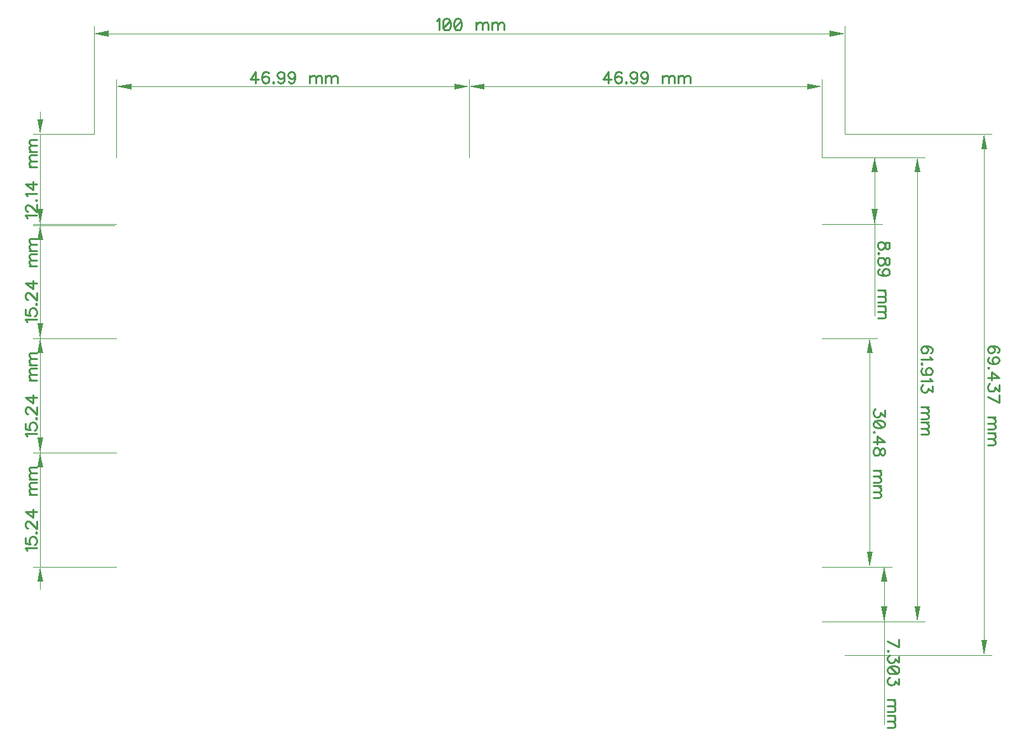
<source format=gbr>
G04 DipTrace 4.3.0.5*
G04 TopDimension.gbr*
%MOMM*%
G04 #@! TF.FileFunction,Drawing,Top*
G04 #@! TF.Part,Single*
%ADD15C,0.035*%
%ADD39C,0.23529*%
%FSLAX35Y35*%
G04*
G71*
G90*
G75*
G01*
G04 TopDimension*
%LPD*%
X5000000Y-6000000D2*
D15*
X6958000D1*
X5000000Y943747D2*
X6958000D1*
X6858000Y-2528127D2*
Y-5800000D1*
G36*
Y-6000000D2*
X6818000Y-5800000D1*
X6898000D1*
X6858000Y-6000000D1*
G37*
Y-2528127D2*
D15*
Y743747D1*
G36*
Y943747D2*
X6898000Y743747D1*
X6818000D1*
X6858000Y943747D1*
G37*
X-5000000D2*
D15*
Y2386000D1*
X5000000Y943747D2*
Y2386000D1*
X0Y2286000D2*
X-4800000D1*
G36*
X-5000000D2*
X-4800000Y2326000D1*
Y2246000D1*
X-5000000Y2286000D1*
G37*
X0D2*
D15*
X4800000D1*
G36*
X5000000D2*
X4800000Y2246000D1*
Y2326000D1*
X5000000Y2286000D1*
G37*
X-4699000Y635000D2*
D15*
Y1678747D1*
X0Y635000D2*
Y1678747D1*
X-2349500Y1578747D2*
X-4499000D1*
G36*
X-4699000D2*
X-4499000Y1618747D1*
Y1538747D1*
X-4699000Y1578747D1*
G37*
X-2349500D2*
D15*
X-200000D1*
G36*
X0D2*
X-200000Y1538747D1*
Y1618747D1*
X0Y1578747D1*
G37*
X-4724913Y-270257D2*
D15*
X-5815000D1*
X-5000000Y943747D2*
X-5815000D1*
X-5715000D2*
Y-270257D1*
Y1243747D2*
Y1143747D1*
G36*
Y943747D2*
X-5755000Y1143747D1*
X-5675000D1*
X-5715000Y943747D1*
G37*
Y-570257D2*
D15*
Y-470257D1*
G36*
Y-270257D2*
X-5675000Y-470257D1*
X-5755000D1*
X-5715000Y-270257D1*
G37*
X-4699000Y-254000D2*
D15*
X-5815000D1*
X-4699000Y-1778000D2*
X-5815000D1*
X-5715000Y-254000D2*
Y-1778000D1*
Y46000D2*
Y-54000D1*
G36*
Y-254000D2*
X-5755000Y-54000D1*
X-5675000D1*
X-5715000Y-254000D1*
G37*
Y-2078000D2*
D15*
Y-1978000D1*
G36*
Y-1778000D2*
X-5675000Y-1978000D1*
X-5755000D1*
X-5715000Y-1778000D1*
G37*
X-4699000D2*
D15*
X-5815000D1*
X-4699000Y-3302000D2*
X-5815000D1*
X-5715000Y-1778000D2*
Y-3302000D1*
Y-1478000D2*
Y-1578000D1*
G36*
Y-1778000D2*
X-5755000Y-1578000D1*
X-5675000D1*
X-5715000Y-1778000D1*
G37*
Y-3602000D2*
D15*
Y-3502000D1*
G36*
Y-3302000D2*
X-5675000Y-3502000D1*
X-5755000D1*
X-5715000Y-3302000D1*
G37*
X4699000Y-1778000D2*
D15*
X5434000D1*
X4699000Y-4826000D2*
X5434000D1*
X5334000Y-3302000D2*
Y-1978000D1*
G36*
Y-1778000D2*
X5374000Y-1978000D1*
X5294000D1*
X5334000Y-1778000D1*
G37*
Y-3302000D2*
D15*
Y-4626000D1*
G36*
Y-4826000D2*
X5294000Y-4626000D1*
X5374000D1*
X5334000Y-4826000D1*
G37*
X-4699000Y-3302000D2*
D15*
X-5815000D1*
X-4699000Y-4826000D2*
X-5815000D1*
X-5715000Y-3302000D2*
Y-4826000D1*
Y-3002000D2*
Y-3102000D1*
G36*
Y-3302000D2*
X-5755000Y-3102000D1*
X-5675000D1*
X-5715000Y-3302000D1*
G37*
Y-5126000D2*
D15*
Y-5026000D1*
G36*
Y-4826000D2*
X-5675000Y-5026000D1*
X-5755000D1*
X-5715000Y-4826000D1*
G37*
X0Y635000D2*
D15*
Y1678747D1*
X4699000Y635000D2*
Y1678747D1*
X2349500Y1578747D2*
X200000D1*
G36*
X0D2*
X200000Y1618747D1*
Y1538747D1*
X0Y1578747D1*
G37*
X2349500D2*
D15*
X4499000D1*
G36*
X4699000D2*
X4499000Y1538747D1*
Y1618747D1*
X4699000Y1578747D1*
G37*
Y635000D2*
D15*
X6069000D1*
X4699000Y-5556250D2*
X6069000D1*
X5969000Y-2460625D2*
Y435000D1*
G36*
Y635000D2*
X6009000Y435000D1*
X5929000D1*
X5969000Y635000D1*
G37*
Y-2460625D2*
D15*
Y-5356250D1*
G36*
Y-5556250D2*
X5929000Y-5356250D1*
X6009000D1*
X5969000Y-5556250D1*
G37*
X4699000Y-254000D2*
D15*
X5497500D1*
X4699000Y635000D2*
X5497500D1*
X5397500Y190500D2*
Y-54000D1*
G36*
Y-254000D2*
X5357500Y-54000D1*
X5437500D1*
X5397500Y-254000D1*
G37*
Y190500D2*
D15*
Y435000D1*
G36*
Y635000D2*
X5437500Y435000D1*
X5357500D1*
X5397500Y635000D1*
G37*
Y-1471856D2*
D15*
Y635000D1*
X4699000Y-4826000D2*
X5624500D1*
X4699000Y-5556250D2*
X5624500D1*
X5524500Y-5191125D2*
Y-5026000D1*
G36*
Y-4826000D2*
X5564500Y-5026000D1*
X5484500D1*
X5524500Y-4826000D1*
G37*
Y-5191125D2*
D15*
Y-5356250D1*
G36*
Y-5556250D2*
X5484500Y-5356250D1*
X5564500D1*
X5524500Y-5556250D1*
G37*
Y-6930833D2*
D15*
Y-4826000D1*
X7035755Y-1969164D2*
D39*
X7050242Y-1961920D1*
X7057486Y-1940020D1*
Y-1925533D1*
X7050242Y-1903633D1*
X7028342Y-1888976D1*
X6991955Y-1881733D1*
X6955567D1*
X6926423Y-1888976D1*
X6911767Y-1903633D1*
X6904523Y-1925533D1*
Y-1932776D1*
X6911767Y-1954508D1*
X6926423Y-1969164D1*
X6948323Y-1976408D1*
X6955567D1*
X6977467Y-1969164D1*
X6991955Y-1954508D1*
X6999198Y-1932776D1*
Y-1925533D1*
X6991955Y-1903633D1*
X6977467Y-1888976D1*
X6955567Y-1881733D1*
X7006611Y-2118311D2*
X6984711Y-2110898D1*
X6970055Y-2096411D1*
X6962811Y-2074511D1*
Y-2067267D1*
X6970055Y-2045367D1*
X6984711Y-2030879D1*
X7006611Y-2023467D1*
X7013855D1*
X7035755Y-2030879D1*
X7050242Y-2045367D1*
X7057486Y-2067267D1*
Y-2074511D1*
X7050242Y-2096411D1*
X7035755Y-2110898D1*
X7006611Y-2118311D1*
X6970055D1*
X6933667Y-2110898D1*
X6911767Y-2096411D1*
X6904523Y-2074511D1*
Y-2060023D1*
X6911767Y-2038123D1*
X6926423Y-2030879D1*
X6919179Y-2172613D2*
X6911767Y-2165369D1*
X6904523Y-2172613D1*
X6911767Y-2180026D1*
X6919179Y-2172613D1*
X6904523Y-2300028D2*
X7057486D1*
X6955567Y-2227084D1*
Y-2336416D1*
X7057486Y-2398131D2*
Y-2478150D1*
X6999198Y-2434519D1*
Y-2456419D1*
X6991955Y-2470906D1*
X6984711Y-2478150D1*
X6962811Y-2485563D1*
X6948323D1*
X6926423Y-2478150D1*
X6911767Y-2463663D1*
X6904523Y-2441763D1*
Y-2419863D1*
X6911767Y-2398131D1*
X6919179Y-2390887D1*
X6933667Y-2383475D1*
X6904523Y-2561765D2*
X7057486Y-2634709D1*
Y-2532621D1*
X7006611Y-2829904D2*
X6904523D1*
X6977467D2*
X6999367Y-2851804D1*
X7006611Y-2866460D1*
Y-2888191D1*
X6999367Y-2902847D1*
X6977467Y-2910091D1*
X6904523D1*
X6977467D2*
X6999367Y-2931991D1*
X7006611Y-2946647D1*
Y-2968379D1*
X6999367Y-2983035D1*
X6977467Y-2990447D1*
X6904523D1*
X7006611Y-3037506D2*
X6904523D1*
X6977467D2*
X6999367Y-3059406D1*
X7006611Y-3074062D1*
Y-3095794D1*
X6999367Y-3110450D1*
X6977467Y-3117694D1*
X6904523D1*
X6977467D2*
X6999367Y-3139594D1*
X7006611Y-3154250D1*
Y-3175982D1*
X6999367Y-3190638D1*
X6977467Y-3198050D1*
X6904523D1*
X-437330Y2456342D2*
X-422674Y2463755D1*
X-400774Y2485486D1*
Y2332523D1*
X-309915Y2485486D2*
X-331815Y2478242D1*
X-346472Y2456342D1*
X-353715Y2419955D1*
Y2398055D1*
X-346472Y2361667D1*
X-331815Y2339767D1*
X-309915Y2332523D1*
X-295428D1*
X-273528Y2339767D1*
X-259040Y2361667D1*
X-251628Y2398055D1*
Y2419955D1*
X-259040Y2456342D1*
X-273528Y2478242D1*
X-295428Y2485486D1*
X-309915D1*
X-259040Y2456342D2*
X-346472Y2361667D1*
X-160769Y2485486D2*
X-182669Y2478242D1*
X-197325Y2456342D1*
X-204569Y2419955D1*
Y2398055D1*
X-197325Y2361667D1*
X-182669Y2339767D1*
X-160769Y2332523D1*
X-146281D1*
X-124381Y2339767D1*
X-109894Y2361667D1*
X-102481Y2398055D1*
Y2419955D1*
X-109894Y2456342D1*
X-124381Y2478242D1*
X-146281Y2485486D1*
X-160769D1*
X-109894Y2456342D2*
X-197325Y2361667D1*
X92713Y2434611D2*
Y2332523D1*
Y2405467D2*
X114613Y2427367D1*
X129269Y2434611D1*
X151001D1*
X165657Y2427367D1*
X172901Y2405467D1*
Y2332523D1*
Y2405467D2*
X194801Y2427367D1*
X209457Y2434611D1*
X231189D1*
X245845Y2427367D1*
X253257Y2405467D1*
Y2332523D1*
X300316Y2434611D2*
Y2332523D1*
Y2405467D2*
X322216Y2427367D1*
X336872Y2434611D1*
X358604D1*
X373260Y2427367D1*
X380504Y2405467D1*
Y2332523D1*
Y2405467D2*
X402404Y2427367D1*
X417060Y2434611D1*
X438791D1*
X453448Y2427367D1*
X460860Y2405467D1*
Y2332523D1*
X-2844755Y1625270D2*
Y1778233D1*
X-2917699Y1676313D1*
X-2808367D1*
X-2673877Y1756501D2*
X-2681121Y1770989D1*
X-2703021Y1778233D1*
X-2717509D1*
X-2739409Y1770989D1*
X-2754065Y1749089D1*
X-2761309Y1712701D1*
Y1676313D1*
X-2754065Y1647170D1*
X-2739409Y1632513D1*
X-2717509Y1625270D1*
X-2710265D1*
X-2688533Y1632513D1*
X-2673877Y1647170D1*
X-2666633Y1669070D1*
Y1676313D1*
X-2673877Y1698213D1*
X-2688533Y1712701D1*
X-2710265Y1719945D1*
X-2717509D1*
X-2739409Y1712701D1*
X-2754065Y1698213D1*
X-2761309Y1676313D1*
X-2612330Y1639926D2*
X-2619574Y1632513D1*
X-2612330Y1625270D1*
X-2604918Y1632513D1*
X-2612330Y1639926D1*
X-2463015Y1727357D2*
X-2470428Y1705457D1*
X-2484915Y1690801D1*
X-2506815Y1683557D1*
X-2514059D1*
X-2535959Y1690801D1*
X-2550447Y1705457D1*
X-2557859Y1727357D1*
Y1734601D1*
X-2550447Y1756501D1*
X-2535959Y1770989D1*
X-2514059Y1778233D1*
X-2506815D1*
X-2484915Y1770989D1*
X-2470428Y1756501D1*
X-2463015Y1727357D1*
Y1690801D1*
X-2470428Y1654413D1*
X-2484915Y1632513D1*
X-2506815Y1625270D1*
X-2521303D1*
X-2543203Y1632513D1*
X-2550447Y1647170D1*
X-2321113Y1727357D2*
X-2328525Y1705457D1*
X-2343013Y1690801D1*
X-2364913Y1683557D1*
X-2372157D1*
X-2394057Y1690801D1*
X-2408544Y1705457D1*
X-2415957Y1727357D1*
Y1734601D1*
X-2408544Y1756501D1*
X-2394057Y1770989D1*
X-2372157Y1778233D1*
X-2364913D1*
X-2343013Y1770989D1*
X-2328525Y1756501D1*
X-2321113Y1727357D1*
Y1690801D1*
X-2328525Y1654413D1*
X-2343013Y1632513D1*
X-2364913Y1625270D1*
X-2379400D1*
X-2401300Y1632513D1*
X-2408544Y1647170D1*
X-2125918Y1727357D2*
Y1625270D1*
Y1698213D2*
X-2104018Y1720113D1*
X-2089362Y1727357D1*
X-2067631D1*
X-2052974Y1720113D1*
X-2045731Y1698213D1*
Y1625270D1*
Y1698213D2*
X-2023831Y1720113D1*
X-2009174Y1727357D1*
X-1987443D1*
X-1972787Y1720113D1*
X-1965374Y1698213D1*
Y1625270D1*
X-1918316Y1727357D2*
Y1625270D1*
Y1698213D2*
X-1896416Y1720113D1*
X-1881759Y1727357D1*
X-1860028D1*
X-1845372Y1720113D1*
X-1838128Y1698213D1*
Y1625270D1*
Y1698213D2*
X-1816228Y1720113D1*
X-1801572Y1727357D1*
X-1779840D1*
X-1765184Y1720113D1*
X-1757772Y1698213D1*
Y1625270D1*
X-5885342Y-176872D2*
X-5892755Y-162216D1*
X-5914486Y-140316D1*
X-5761523D1*
X-5878098Y-85845D2*
X-5885342D1*
X-5899998Y-78601D1*
X-5907242Y-71357D1*
X-5914486Y-56701D1*
Y-27557D1*
X-5907242Y-13070D1*
X-5899998Y-5826D1*
X-5885342Y1586D1*
X-5870855D1*
X-5856198Y-5826D1*
X-5834467Y-20314D1*
X-5761523Y-93257D1*
Y8830D1*
X-5776179Y63133D2*
X-5768767Y55889D1*
X-5761523Y63133D1*
X-5768767Y70545D1*
X-5776179Y63133D1*
X-5885342Y117604D2*
X-5892755Y132260D1*
X-5914486Y154160D1*
X-5761523D1*
Y274163D2*
X-5914486D1*
X-5812567Y201219D1*
Y310551D1*
X-5863611Y505745D2*
X-5761523D1*
X-5834467D2*
X-5856367Y527645D1*
X-5863611Y542301D1*
Y564033D1*
X-5856367Y578689D1*
X-5834467Y585933D1*
X-5761523D1*
X-5834467D2*
X-5856367Y607833D1*
X-5863611Y622489D1*
Y644221D1*
X-5856367Y658877D1*
X-5834467Y666289D1*
X-5761523D1*
X-5863611Y713348D2*
X-5761523D1*
X-5834467D2*
X-5856367Y735248D1*
X-5863611Y749904D1*
Y771636D1*
X-5856367Y786292D1*
X-5834467Y793536D1*
X-5761523D1*
X-5834467D2*
X-5856367Y815436D1*
X-5863611Y830092D1*
Y851823D1*
X-5856367Y866479D1*
X-5834467Y873892D1*
X-5761523D1*
X-5885342Y-1562383D2*
X-5892755Y-1547727D1*
X-5914486Y-1525827D1*
X-5761523D1*
X-5914486Y-1391337D2*
Y-1464112D1*
X-5848955Y-1471356D1*
X-5856198Y-1464112D1*
X-5863611Y-1442212D1*
Y-1420480D1*
X-5856198Y-1398580D1*
X-5841711Y-1383924D1*
X-5819811Y-1376680D1*
X-5805323D1*
X-5783423Y-1383924D1*
X-5768767Y-1398580D1*
X-5761523Y-1420480D1*
Y-1442212D1*
X-5768767Y-1464112D1*
X-5776179Y-1471356D1*
X-5790667Y-1478768D1*
X-5776179Y-1322378D2*
X-5768767Y-1329622D1*
X-5761523Y-1322378D1*
X-5768767Y-1314965D1*
X-5776179Y-1322378D1*
X-5878098Y-1260494D2*
X-5885342D1*
X-5899998Y-1253250D1*
X-5907242Y-1246007D1*
X-5914486Y-1231350D1*
Y-1202207D1*
X-5907242Y-1187719D1*
X-5899998Y-1180475D1*
X-5885342Y-1173063D1*
X-5870855D1*
X-5856198Y-1180475D1*
X-5834467Y-1194963D1*
X-5761523Y-1267907D1*
Y-1165819D1*
Y-1045816D2*
X-5914486D1*
X-5812567Y-1118760D1*
Y-1009429D1*
X-5863611Y-814234D2*
X-5761523D1*
X-5834467D2*
X-5856367Y-792334D1*
X-5863611Y-777678D1*
Y-755946D1*
X-5856367Y-741290D1*
X-5834467Y-734046D1*
X-5761523D1*
X-5834467D2*
X-5856367Y-712146D1*
X-5863611Y-697490D1*
Y-675759D1*
X-5856367Y-661102D1*
X-5834467Y-653690D1*
X-5761523D1*
X-5863611Y-606631D2*
X-5761523D1*
X-5834467D2*
X-5856367Y-584731D1*
X-5863611Y-570075D1*
Y-548344D1*
X-5856367Y-533687D1*
X-5834467Y-526444D1*
X-5761523D1*
X-5834467D2*
X-5856367Y-504544D1*
X-5863611Y-489887D1*
Y-468156D1*
X-5856367Y-453500D1*
X-5834467Y-446087D1*
X-5761523D1*
X-5885342Y-3086383D2*
X-5892755Y-3071727D1*
X-5914486Y-3049827D1*
X-5761523D1*
X-5914486Y-2915337D2*
Y-2988112D1*
X-5848955Y-2995356D1*
X-5856198Y-2988112D1*
X-5863611Y-2966212D1*
Y-2944480D1*
X-5856198Y-2922580D1*
X-5841711Y-2907924D1*
X-5819811Y-2900680D1*
X-5805323D1*
X-5783423Y-2907924D1*
X-5768767Y-2922580D1*
X-5761523Y-2944480D1*
Y-2966212D1*
X-5768767Y-2988112D1*
X-5776179Y-2995356D1*
X-5790667Y-3002768D1*
X-5776179Y-2846378D2*
X-5768767Y-2853622D1*
X-5761523Y-2846378D1*
X-5768767Y-2838965D1*
X-5776179Y-2846378D1*
X-5878098Y-2784494D2*
X-5885342D1*
X-5899998Y-2777250D1*
X-5907242Y-2770007D1*
X-5914486Y-2755350D1*
Y-2726207D1*
X-5907242Y-2711719D1*
X-5899998Y-2704475D1*
X-5885342Y-2697063D1*
X-5870855D1*
X-5856198Y-2704475D1*
X-5834467Y-2718963D1*
X-5761523Y-2791907D1*
Y-2689819D1*
Y-2569816D2*
X-5914486D1*
X-5812567Y-2642760D1*
Y-2533429D1*
X-5863611Y-2338234D2*
X-5761523D1*
X-5834467D2*
X-5856367Y-2316334D1*
X-5863611Y-2301678D1*
Y-2279946D1*
X-5856367Y-2265290D1*
X-5834467Y-2258046D1*
X-5761523D1*
X-5834467D2*
X-5856367Y-2236146D1*
X-5863611Y-2221490D1*
Y-2199759D1*
X-5856367Y-2185102D1*
X-5834467Y-2177690D1*
X-5761523D1*
X-5863611Y-2130631D2*
X-5761523D1*
X-5834467D2*
X-5856367Y-2108731D1*
X-5863611Y-2094075D1*
Y-2072344D1*
X-5856367Y-2057687D1*
X-5834467Y-2050444D1*
X-5761523D1*
X-5834467D2*
X-5856367Y-2028544D1*
X-5863611Y-2013887D1*
Y-1992156D1*
X-5856367Y-1977500D1*
X-5834467Y-1970087D1*
X-5761523D1*
X5533486Y-2737592D2*
Y-2817611D1*
X5475198Y-2773979D1*
Y-2795879D1*
X5467955Y-2810367D1*
X5460711Y-2817611D1*
X5438811Y-2825023D1*
X5424323D1*
X5402423Y-2817611D1*
X5387767Y-2803123D1*
X5380523Y-2781223D1*
Y-2759323D1*
X5387767Y-2737592D1*
X5395179Y-2730348D1*
X5409667Y-2722935D1*
X5533486Y-2915882D2*
X5526242Y-2893982D1*
X5504342Y-2879326D1*
X5467955Y-2872082D1*
X5446055D1*
X5409667Y-2879326D1*
X5387767Y-2893982D1*
X5380523Y-2915882D1*
Y-2930370D1*
X5387767Y-2952270D1*
X5409667Y-2966757D1*
X5446055Y-2974170D1*
X5467955D1*
X5504342Y-2966757D1*
X5526242Y-2952270D1*
X5533486Y-2930370D1*
Y-2915882D1*
X5504342Y-2966757D2*
X5409667Y-2879326D1*
X5395179Y-3028472D2*
X5387767Y-3021228D1*
X5380523Y-3028472D1*
X5387767Y-3035885D1*
X5395179Y-3028472D1*
X5380523Y-3155887D2*
X5533486D1*
X5431567Y-3082943D1*
Y-3192275D1*
X5533486Y-3275721D2*
X5526242Y-3253990D1*
X5511755Y-3246578D1*
X5497098D1*
X5482611Y-3253990D1*
X5475198Y-3268478D1*
X5467955Y-3297621D1*
X5460711Y-3319521D1*
X5446055Y-3334009D1*
X5431567Y-3341253D1*
X5409667D1*
X5395179Y-3334009D1*
X5387767Y-3326765D1*
X5380523Y-3304865D1*
Y-3275721D1*
X5387767Y-3253990D1*
X5395179Y-3246578D1*
X5409667Y-3239334D1*
X5431567D1*
X5446055Y-3246578D1*
X5460711Y-3261234D1*
X5467955Y-3282965D1*
X5475198Y-3312109D1*
X5482611Y-3326765D1*
X5497098Y-3334009D1*
X5511755D1*
X5526242Y-3326765D1*
X5533486Y-3304865D1*
Y-3275721D1*
X5482611Y-3536448D2*
X5380523D1*
X5453467D2*
X5475367Y-3558348D1*
X5482611Y-3573004D1*
Y-3594735D1*
X5475367Y-3609391D1*
X5453467Y-3616635D1*
X5380523D1*
X5453467D2*
X5475367Y-3638535D1*
X5482611Y-3653191D1*
Y-3674923D1*
X5475367Y-3689579D1*
X5453467Y-3696991D1*
X5380523D1*
X5482611Y-3744050D2*
X5380523D1*
X5453467D2*
X5475367Y-3765950D1*
X5482611Y-3780606D1*
Y-3802338D1*
X5475367Y-3816994D1*
X5453467Y-3824238D1*
X5380523D1*
X5453467D2*
X5475367Y-3846138D1*
X5482611Y-3860794D1*
Y-3882526D1*
X5475367Y-3897182D1*
X5453467Y-3904594D1*
X5380523D1*
X-5885342Y-4610383D2*
X-5892755Y-4595727D1*
X-5914486Y-4573827D1*
X-5761523D1*
X-5914486Y-4439337D2*
Y-4512112D1*
X-5848955Y-4519356D1*
X-5856198Y-4512112D1*
X-5863611Y-4490212D1*
Y-4468480D1*
X-5856198Y-4446580D1*
X-5841711Y-4431924D1*
X-5819811Y-4424680D1*
X-5805323D1*
X-5783423Y-4431924D1*
X-5768767Y-4446580D1*
X-5761523Y-4468480D1*
Y-4490212D1*
X-5768767Y-4512112D1*
X-5776179Y-4519356D1*
X-5790667Y-4526768D1*
X-5776179Y-4370378D2*
X-5768767Y-4377622D1*
X-5761523Y-4370378D1*
X-5768767Y-4362965D1*
X-5776179Y-4370378D1*
X-5878098Y-4308494D2*
X-5885342D1*
X-5899998Y-4301250D1*
X-5907242Y-4294007D1*
X-5914486Y-4279350D1*
Y-4250207D1*
X-5907242Y-4235719D1*
X-5899998Y-4228475D1*
X-5885342Y-4221063D1*
X-5870855D1*
X-5856198Y-4228475D1*
X-5834467Y-4242963D1*
X-5761523Y-4315907D1*
Y-4213819D1*
Y-4093816D2*
X-5914486D1*
X-5812567Y-4166760D1*
Y-4057429D1*
X-5863611Y-3862234D2*
X-5761523D1*
X-5834467D2*
X-5856367Y-3840334D1*
X-5863611Y-3825678D1*
Y-3803946D1*
X-5856367Y-3789290D1*
X-5834467Y-3782046D1*
X-5761523D1*
X-5834467D2*
X-5856367Y-3760146D1*
X-5863611Y-3745490D1*
Y-3723759D1*
X-5856367Y-3709102D1*
X-5834467Y-3701690D1*
X-5761523D1*
X-5863611Y-3654631D2*
X-5761523D1*
X-5834467D2*
X-5856367Y-3632731D1*
X-5863611Y-3618075D1*
Y-3596344D1*
X-5856367Y-3581687D1*
X-5834467Y-3574444D1*
X-5761523D1*
X-5834467D2*
X-5856367Y-3552544D1*
X-5863611Y-3537887D1*
Y-3516156D1*
X-5856367Y-3501500D1*
X-5834467Y-3494087D1*
X-5761523D1*
X1854245Y1625270D2*
Y1778233D1*
X1781301Y1676313D1*
X1890633D1*
X2025123Y1756501D2*
X2017879Y1770989D1*
X1995979Y1778233D1*
X1981491D1*
X1959591Y1770989D1*
X1944935Y1749089D1*
X1937691Y1712701D1*
Y1676313D1*
X1944935Y1647170D1*
X1959591Y1632513D1*
X1981491Y1625270D1*
X1988735D1*
X2010467Y1632513D1*
X2025123Y1647170D1*
X2032367Y1669070D1*
Y1676313D1*
X2025123Y1698213D1*
X2010467Y1712701D1*
X1988735Y1719945D1*
X1981491D1*
X1959591Y1712701D1*
X1944935Y1698213D1*
X1937691Y1676313D1*
X2086670Y1639926D2*
X2079426Y1632513D1*
X2086670Y1625270D1*
X2094082Y1632513D1*
X2086670Y1639926D1*
X2235985Y1727357D2*
X2228572Y1705457D1*
X2214085Y1690801D1*
X2192185Y1683557D1*
X2184941D1*
X2163041Y1690801D1*
X2148553Y1705457D1*
X2141141Y1727357D1*
Y1734601D1*
X2148553Y1756501D1*
X2163041Y1770989D1*
X2184941Y1778233D1*
X2192185D1*
X2214085Y1770989D1*
X2228572Y1756501D1*
X2235985Y1727357D1*
Y1690801D1*
X2228572Y1654413D1*
X2214085Y1632513D1*
X2192185Y1625270D1*
X2177697D1*
X2155797Y1632513D1*
X2148553Y1647170D1*
X2377887Y1727357D2*
X2370475Y1705457D1*
X2355987Y1690801D1*
X2334087Y1683557D1*
X2326843D1*
X2304943Y1690801D1*
X2290456Y1705457D1*
X2283043Y1727357D1*
Y1734601D1*
X2290456Y1756501D1*
X2304943Y1770989D1*
X2326843Y1778233D1*
X2334087D1*
X2355987Y1770989D1*
X2370475Y1756501D1*
X2377887Y1727357D1*
Y1690801D1*
X2370475Y1654413D1*
X2355987Y1632513D1*
X2334087Y1625270D1*
X2319600D1*
X2297700Y1632513D1*
X2290456Y1647170D1*
X2573082Y1727357D2*
Y1625270D1*
Y1698213D2*
X2594982Y1720113D1*
X2609638Y1727357D1*
X2631369D1*
X2646026Y1720113D1*
X2653269Y1698213D1*
Y1625270D1*
Y1698213D2*
X2675169Y1720113D1*
X2689826Y1727357D1*
X2711557D1*
X2726213Y1720113D1*
X2733626Y1698213D1*
Y1625270D1*
X2780684Y1727357D2*
Y1625270D1*
Y1698213D2*
X2802584Y1720113D1*
X2817241Y1727357D1*
X2838972D1*
X2853628Y1720113D1*
X2860872Y1698213D1*
Y1625270D1*
Y1698213D2*
X2882772Y1720113D1*
X2897428Y1727357D1*
X2919160D1*
X2933816Y1720113D1*
X2941228Y1698213D1*
Y1625270D1*
X6146755Y-1970816D2*
X6161242Y-1963572D1*
X6168486Y-1941672D1*
Y-1927184D1*
X6161242Y-1905284D1*
X6139342Y-1890628D1*
X6102955Y-1883384D1*
X6066567D1*
X6037423Y-1890628D1*
X6022767Y-1905284D1*
X6015523Y-1927184D1*
Y-1934428D1*
X6022767Y-1956160D1*
X6037423Y-1970816D1*
X6059323Y-1978060D1*
X6066567D1*
X6088467Y-1970816D1*
X6102955Y-1956160D1*
X6110198Y-1934428D1*
Y-1927184D1*
X6102955Y-1905284D1*
X6088467Y-1890628D1*
X6066567Y-1883384D1*
X6139342Y-2025119D2*
X6146755Y-2039775D1*
X6168486Y-2061675D1*
X6015523D1*
X6030179Y-2115977D2*
X6022767Y-2108734D1*
X6015523Y-2115977D1*
X6022767Y-2123390D1*
X6030179Y-2115977D1*
X6117611Y-2265292D2*
X6095711Y-2257880D1*
X6081055Y-2243392D1*
X6073811Y-2221492D1*
Y-2214249D1*
X6081055Y-2192349D1*
X6095711Y-2177861D1*
X6117611Y-2170449D1*
X6124855D1*
X6146755Y-2177861D1*
X6161242Y-2192349D1*
X6168486Y-2214249D1*
Y-2221492D1*
X6161242Y-2243392D1*
X6146755Y-2257880D1*
X6117611Y-2265292D1*
X6081055D1*
X6044667Y-2257880D1*
X6022767Y-2243392D1*
X6015523Y-2221492D1*
Y-2207005D1*
X6022767Y-2185105D1*
X6037423Y-2177861D1*
X6139342Y-2312351D2*
X6146755Y-2327007D1*
X6168486Y-2348907D1*
X6015523D1*
X6168486Y-2410622D2*
Y-2490642D1*
X6110198Y-2447010D1*
Y-2468910D1*
X6102955Y-2483398D1*
X6095711Y-2490642D1*
X6073811Y-2498054D1*
X6059323D1*
X6037423Y-2490642D1*
X6022767Y-2476154D1*
X6015523Y-2454254D1*
Y-2432354D1*
X6022767Y-2410622D1*
X6030179Y-2403379D1*
X6044667Y-2395966D1*
X6117611Y-2693248D2*
X6015523D1*
X6088467D2*
X6110367Y-2715148D1*
X6117611Y-2729805D1*
Y-2751536D1*
X6110367Y-2766192D1*
X6088467Y-2773436D1*
X6015523D1*
X6088467D2*
X6110367Y-2795336D1*
X6117611Y-2809992D1*
Y-2831724D1*
X6110367Y-2846380D1*
X6088467Y-2853792D1*
X6015523D1*
X6117611Y-2900851D2*
X6015523D1*
X6088467D2*
X6110367Y-2922751D1*
X6117611Y-2937407D1*
Y-2959139D1*
X6110367Y-2973795D1*
X6088467Y-2981039D1*
X6015523D1*
X6088467D2*
X6110367Y-3002939D1*
X6117611Y-3017595D1*
Y-3039327D1*
X6110367Y-3053983D1*
X6088467Y-3061395D1*
X6015523D1*
X5596986Y-525682D2*
X5589742Y-503950D1*
X5575255Y-496538D1*
X5560598D1*
X5546111Y-503950D1*
X5538698Y-518438D1*
X5531455Y-547582D1*
X5524211Y-569482D1*
X5509555Y-583970D1*
X5495067Y-591213D1*
X5473167D1*
X5458679Y-583970D1*
X5451267Y-576726D1*
X5444023Y-554826D1*
Y-525682D1*
X5451267Y-503950D1*
X5458679Y-496538D1*
X5473167Y-489294D1*
X5495067D1*
X5509555Y-496538D1*
X5524211Y-511194D1*
X5531455Y-532926D1*
X5538698Y-562070D1*
X5546111Y-576726D1*
X5560598Y-583970D1*
X5575255D1*
X5589742Y-576726D1*
X5596986Y-554826D1*
Y-525682D1*
X5458679Y-645516D2*
X5451267Y-638272D1*
X5444023Y-645516D1*
X5451267Y-652928D1*
X5458679Y-645516D1*
X5596986Y-736375D2*
X5589742Y-714643D1*
X5575255Y-707231D1*
X5560598D1*
X5546111Y-714643D1*
X5538698Y-729131D1*
X5531455Y-758275D1*
X5524211Y-780175D1*
X5509555Y-794663D1*
X5495067Y-801906D1*
X5473167D1*
X5458679Y-794663D1*
X5451267Y-787419D1*
X5444023Y-765519D1*
Y-736375D1*
X5451267Y-714643D1*
X5458679Y-707231D1*
X5473167Y-699987D1*
X5495067D1*
X5509555Y-707231D1*
X5524211Y-721887D1*
X5531455Y-743619D1*
X5538698Y-772763D1*
X5546111Y-787419D1*
X5560598Y-794663D1*
X5575255D1*
X5589742Y-787419D1*
X5596986Y-765519D1*
Y-736375D1*
X5546111Y-943809D2*
X5524211Y-936397D1*
X5509555Y-921909D1*
X5502311Y-900009D1*
Y-892765D1*
X5509555Y-870865D1*
X5524211Y-856378D1*
X5546111Y-848965D1*
X5553355D1*
X5575255Y-856378D1*
X5589742Y-870865D1*
X5596986Y-892765D1*
Y-900009D1*
X5589742Y-921909D1*
X5575255Y-936397D1*
X5546111Y-943809D1*
X5509555D1*
X5473167Y-936397D1*
X5451267Y-921909D1*
X5444023Y-900009D1*
Y-885521D1*
X5451267Y-863621D1*
X5465923Y-856378D1*
X5546111Y-1139004D2*
X5444023D1*
X5516967D2*
X5538867Y-1160904D1*
X5546111Y-1175560D1*
Y-1197291D1*
X5538867Y-1211947D1*
X5516967Y-1219191D1*
X5444023D1*
X5516967D2*
X5538867Y-1241091D1*
X5546111Y-1255747D1*
Y-1277479D1*
X5538867Y-1292135D1*
X5516967Y-1299547D1*
X5444023D1*
X5546111Y-1346606D2*
X5444023D1*
X5516967D2*
X5538867Y-1368506D1*
X5546111Y-1383162D1*
Y-1404894D1*
X5538867Y-1419550D1*
X5516967Y-1426794D1*
X5444023D1*
X5516967D2*
X5538867Y-1448694D1*
X5546111Y-1463350D1*
Y-1485082D1*
X5538867Y-1499738D1*
X5516967Y-1507150D1*
X5444023D1*
X5571023Y-5820688D2*
X5723986Y-5893632D1*
Y-5791544D1*
X5585679Y-5947934D2*
X5578267Y-5940691D1*
X5571023Y-5947934D1*
X5578267Y-5955347D1*
X5585679Y-5947934D1*
X5723986Y-6017062D2*
Y-6097081D1*
X5665698Y-6053449D1*
Y-6075349D1*
X5658455Y-6089837D1*
X5651211Y-6097081D1*
X5629311Y-6104493D1*
X5614823D1*
X5592923Y-6097081D1*
X5578267Y-6082593D1*
X5571023Y-6060693D1*
Y-6038793D1*
X5578267Y-6017062D1*
X5585679Y-6009818D1*
X5600167Y-6002406D1*
X5723986Y-6195352D2*
X5716742Y-6173452D1*
X5694842Y-6158796D1*
X5658455Y-6151552D1*
X5636555D1*
X5600167Y-6158796D1*
X5578267Y-6173452D1*
X5571023Y-6195352D1*
Y-6209840D1*
X5578267Y-6231740D1*
X5600167Y-6246228D1*
X5636555Y-6253640D1*
X5658455D1*
X5694842Y-6246228D1*
X5716742Y-6231740D1*
X5723986Y-6209840D1*
Y-6195352D1*
X5694842Y-6246228D2*
X5600167Y-6158796D1*
X5723986Y-6315355D2*
Y-6395374D1*
X5665698Y-6351742D1*
Y-6373642D1*
X5658455Y-6388130D1*
X5651211Y-6395374D1*
X5629311Y-6402786D1*
X5614823D1*
X5592923Y-6395374D1*
X5578267Y-6380886D1*
X5571023Y-6358986D1*
Y-6337086D1*
X5578267Y-6315355D1*
X5585679Y-6308111D1*
X5600167Y-6300699D1*
X5673111Y-6597981D2*
X5571023D1*
X5643967D2*
X5665867Y-6619881D1*
X5673111Y-6634537D1*
Y-6656269D1*
X5665867Y-6670925D1*
X5643967Y-6678169D1*
X5571023D1*
X5643967D2*
X5665867Y-6700069D1*
X5673111Y-6714725D1*
Y-6736456D1*
X5665867Y-6751112D1*
X5643967Y-6758525D1*
X5571023D1*
X5673111Y-6805584D2*
X5571023D1*
X5643967D2*
X5665867Y-6827484D1*
X5673111Y-6842140D1*
Y-6863871D1*
X5665867Y-6878527D1*
X5643967Y-6885771D1*
X5571023D1*
X5643967D2*
X5665867Y-6907671D1*
X5673111Y-6922327D1*
Y-6944059D1*
X5665867Y-6958715D1*
X5643967Y-6966127D1*
X5571023D1*
M02*

</source>
